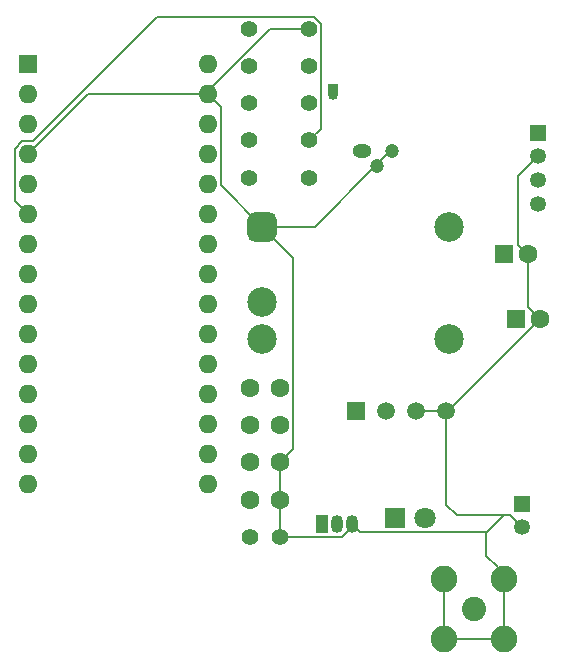
<source format=gbr>
%TF.GenerationSoftware,KiCad,Pcbnew,9.0.4*%
%TF.CreationDate,2026-01-27T05:17:12+01:00*%
%TF.ProjectId,weather station,77656174-6865-4722-9073-746174696f6e,rev?*%
%TF.SameCoordinates,Original*%
%TF.FileFunction,Copper,L4,Bot*%
%TF.FilePolarity,Positive*%
%FSLAX46Y46*%
G04 Gerber Fmt 4.6, Leading zero omitted, Abs format (unit mm)*
G04 Created by KiCad (PCBNEW 9.0.4) date 2026-01-27 05:17:12*
%MOMM*%
%LPD*%
G01*
G04 APERTURE LIST*
G04 Aperture macros list*
%AMRoundRect*
0 Rectangle with rounded corners*
0 $1 Rounding radius*
0 $2 $3 $4 $5 $6 $7 $8 $9 X,Y pos of 4 corners*
0 Add a 4 corners polygon primitive as box body*
4,1,4,$2,$3,$4,$5,$6,$7,$8,$9,$2,$3,0*
0 Add four circle primitives for the rounded corners*
1,1,$1+$1,$2,$3*
1,1,$1+$1,$4,$5*
1,1,$1+$1,$6,$7*
1,1,$1+$1,$8,$9*
0 Add four rect primitives between the rounded corners*
20,1,$1+$1,$2,$3,$4,$5,0*
20,1,$1+$1,$4,$5,$6,$7,0*
20,1,$1+$1,$6,$7,$8,$9,0*
20,1,$1+$1,$8,$9,$2,$3,0*%
G04 Aperture macros list end*
%TA.AperFunction,ComponentPad*%
%ADD10C,1.600000*%
%TD*%
%TA.AperFunction,ComponentPad*%
%ADD11C,1.400000*%
%TD*%
%TA.AperFunction,ComponentPad*%
%ADD12R,1.350000X1.350000*%
%TD*%
%TA.AperFunction,ComponentPad*%
%ADD13C,1.350000*%
%TD*%
%TA.AperFunction,ComponentPad*%
%ADD14R,1.050000X1.500000*%
%TD*%
%TA.AperFunction,ComponentPad*%
%ADD15O,1.050000X1.500000*%
%TD*%
%TA.AperFunction,ComponentPad*%
%ADD16R,1.600000X1.600000*%
%TD*%
%TA.AperFunction,ComponentPad*%
%ADD17O,1.600000X1.600000*%
%TD*%
%TA.AperFunction,ComponentPad*%
%ADD18O,1.600000X1.200000*%
%TD*%
%TA.AperFunction,ComponentPad*%
%ADD19C,1.200000*%
%TD*%
%TA.AperFunction,ComponentPad*%
%ADD20R,1.800000X1.800000*%
%TD*%
%TA.AperFunction,ComponentPad*%
%ADD21C,1.800000*%
%TD*%
%TA.AperFunction,ComponentPad*%
%ADD22R,0.850000X0.850000*%
%TD*%
%TA.AperFunction,ComponentPad*%
%ADD23C,0.850000*%
%TD*%
%TA.AperFunction,ComponentPad*%
%ADD24C,2.050000*%
%TD*%
%TA.AperFunction,ComponentPad*%
%ADD25C,2.250000*%
%TD*%
%TA.AperFunction,ComponentPad*%
%ADD26R,1.500000X1.500000*%
%TD*%
%TA.AperFunction,ComponentPad*%
%ADD27C,1.500000*%
%TD*%
%TA.AperFunction,ComponentPad*%
%ADD28RoundRect,0.625000X-0.625000X-0.625000X0.625000X-0.625000X0.625000X0.625000X-0.625000X0.625000X0*%
%TD*%
%TA.AperFunction,ComponentPad*%
%ADD29C,2.500000*%
%TD*%
%TA.AperFunction,ComponentPad*%
%ADD30RoundRect,0.250000X-0.550000X-0.550000X0.550000X-0.550000X0.550000X0.550000X-0.550000X0.550000X0*%
%TD*%
%TA.AperFunction,Conductor*%
%ADD31C,0.200000*%
%TD*%
G04 APERTURE END LIST*
D10*
%TO.P,C5,1*%
%TO.N,Net-(J6-Pin_1)*%
X80520000Y-62600000D03*
%TO.P,C5,2*%
%TO.N,GND*%
X83020000Y-62600000D03*
%TD*%
D11*
%TO.P,R7,1*%
%TO.N,A+*%
X80420000Y-38500000D03*
%TO.P,R7,2*%
%TO.N,B-*%
X85500000Y-38500000D03*
%TD*%
D12*
%TO.P,BT1,1,+*%
%TO.N,+12V*%
X103500000Y-66100000D03*
D13*
%TO.P,BT1,2,-*%
%TO.N,GND*%
X103500000Y-68100000D03*
%TD*%
D11*
%TO.P,R2,1*%
%TO.N,Net-(D1-K)*%
X80420000Y-25900000D03*
%TO.P,R2,2*%
%TO.N,GND*%
X85500000Y-25900000D03*
%TD*%
D14*
%TO.P,Q2,1,C*%
%TO.N,Net-(J6-Pin_1)*%
X86580000Y-67830000D03*
D15*
%TO.P,Q2,2,B*%
%TO.N,Net-(Q2-B)*%
X87850000Y-67830000D03*
%TO.P,Q2,3,E*%
%TO.N,GND*%
X89120000Y-67830000D03*
%TD*%
D11*
%TO.P,R5,1*%
%TO.N,Net-(Q1-B)*%
X80420000Y-32200000D03*
%TO.P,R5,2*%
%TO.N,Net-(A1-+5V)*%
X85500000Y-32200000D03*
%TD*%
D10*
%TO.P,C4,1*%
%TO.N,Net-(J6-Pin_1)*%
X80520000Y-59450000D03*
%TO.P,C4,2*%
%TO.N,Net-(AE1-A)*%
X83020000Y-59450000D03*
%TD*%
D16*
%TO.P,A1,1,TX1*%
%TO.N,unconnected-(A1-TX1-Pad1)*%
X61670000Y-28910000D03*
D17*
%TO.P,A1,2,RX1*%
%TO.N,unconnected-(A1-RX1-Pad2)*%
X61670000Y-31450000D03*
%TO.P,A1,3,~{RESET}*%
%TO.N,unconnected-(A1-~{RESET}-Pad3)*%
X61670000Y-33990000D03*
%TO.P,A1,4,GND*%
%TO.N,GND*%
X61670000Y-36530000D03*
%TO.P,A1,5,D2*%
%TO.N,unconnected-(A1-D2-Pad5)*%
X61670000Y-39070000D03*
%TO.P,A1,6,D3*%
%TO.N,Net-(A1-D3)*%
X61670000Y-41610000D03*
%TO.P,A1,7,D4*%
%TO.N,Net-(A1-D4)*%
X61670000Y-44150000D03*
%TO.P,A1,8,D5*%
%TO.N,unconnected-(A1-D5-Pad8)*%
X61670000Y-46690000D03*
%TO.P,A1,9,D6*%
%TO.N,unconnected-(A1-D6-Pad9)*%
X61670000Y-49230000D03*
%TO.P,A1,10,D7*%
%TO.N,unconnected-(A1-D7-Pad10)*%
X61670000Y-51770000D03*
%TO.P,A1,11,D8*%
%TO.N,Net-(A1-D8)*%
X61670000Y-54310000D03*
%TO.P,A1,12,D9*%
%TO.N,Net-(A1-D9)*%
X61670000Y-56850000D03*
%TO.P,A1,13,D10*%
%TO.N,Net-(A1-D10)*%
X61670000Y-59390000D03*
%TO.P,A1,14,MOSI*%
%TO.N,unconnected-(A1-MOSI-Pad14)*%
X61670000Y-61930000D03*
%TO.P,A1,15,MISO*%
%TO.N,unconnected-(A1-MISO-Pad15)*%
X61670000Y-64470000D03*
%TO.P,A1,16,SCK*%
%TO.N,unconnected-(A1-SCK-Pad16)*%
X76910000Y-64470000D03*
%TO.P,A1,17,3V3*%
%TO.N,unconnected-(A1-3V3-Pad17)*%
X76910000Y-61930000D03*
%TO.P,A1,18,AREF*%
%TO.N,unconnected-(A1-AREF-Pad18)*%
X76910000Y-59390000D03*
%TO.P,A1,19,A0*%
%TO.N,unconnected-(A1-A0-Pad19)*%
X76910000Y-56850000D03*
%TO.P,A1,20,A1*%
%TO.N,unconnected-(A1-A1-Pad20)*%
X76910000Y-54310000D03*
%TO.P,A1,21,A2*%
%TO.N,unconnected-(A1-A2-Pad21)*%
X76910000Y-51770000D03*
%TO.P,A1,22,A3*%
%TO.N,unconnected-(A1-A3-Pad22)*%
X76910000Y-49230000D03*
%TO.P,A1,23,SDA/A4*%
%TO.N,unconnected-(A1-SDA{slash}A4-Pad23)*%
X76910000Y-46690000D03*
%TO.P,A1,24,SCL/A5*%
%TO.N,unconnected-(A1-SCL{slash}A5-Pad24)*%
X76910000Y-44150000D03*
%TO.P,A1,25,A6*%
%TO.N,unconnected-(A1-A6-Pad25)*%
X76910000Y-41610000D03*
%TO.P,A1,26,A7*%
%TO.N,unconnected-(A1-A7-Pad26)*%
X76910000Y-39070000D03*
%TO.P,A1,27,+5V*%
%TO.N,Net-(A1-+5V)*%
X76910000Y-36530000D03*
%TO.P,A1,28,~{RESET}*%
%TO.N,unconnected-(A1-~{RESET}-Pad28)*%
X76910000Y-33990000D03*
%TO.P,A1,29,GND*%
%TO.N,GND*%
X76910000Y-31450000D03*
%TO.P,A1,30,VIN*%
%TO.N,unconnected-(A1-VIN-Pad30)*%
X76910000Y-28910000D03*
%TD*%
D18*
%TO.P,Y1,1,E*%
%TO.N,Net-(Q1-B)*%
X89960000Y-36221961D03*
D19*
%TO.P,Y1,2,B*%
%TO.N,GND*%
X91230000Y-37491961D03*
%TO.P,Y1,3,C*%
X92500000Y-36221961D03*
%TD*%
D11*
%TO.P,R6,1*%
%TO.N,Net-(Q2-B)*%
X80420000Y-35350000D03*
%TO.P,R6,2*%
%TO.N,Net-(A1-D3)*%
X85500000Y-35350000D03*
%TD*%
%TO.P,R1,1*%
%TO.N,Net-(U1-Vo_Adj)*%
X80520000Y-68900000D03*
%TO.P,R1,2*%
%TO.N,GND*%
X83060000Y-68900000D03*
%TD*%
%TO.P,R3,1*%
%TO.N,Net-(A1-D4)*%
X80420000Y-29050000D03*
%TO.P,R3,2*%
%TO.N,Net-(A1-+5V)*%
X85500000Y-29050000D03*
%TD*%
D20*
%TO.P,D1,1,K*%
%TO.N,Net-(D1-K)*%
X92780000Y-67310000D03*
D21*
%TO.P,D1,2,A*%
%TO.N,Net-(A1-D10)*%
X95320000Y-67310000D03*
%TD*%
D22*
%TO.P,J6,1,Pin_1*%
%TO.N,Net-(J6-Pin_1)*%
X87500000Y-31000000D03*
D23*
%TO.P,J6,2,Pin_2*%
X87500000Y-31500000D03*
%TD*%
D12*
%TO.P,J4,1,Pin_1*%
%TO.N,+12V*%
X104880000Y-34700000D03*
D13*
%TO.P,J4,2,Pin_2*%
%TO.N,GND*%
X104880000Y-36700000D03*
%TO.P,J4,3,Pin_3*%
%TO.N,A+*%
X104880000Y-38700000D03*
%TO.P,J4,4,Pin_4*%
%TO.N,B-*%
X104880000Y-40700000D03*
%TD*%
D24*
%TO.P,AE1,1,A*%
%TO.N,Net-(AE1-A)*%
X99500000Y-75000000D03*
D25*
%TO.P,AE1,2,Shield*%
%TO.N,GND*%
X96960000Y-77540000D03*
X102040000Y-77540000D03*
X96960000Y-72460000D03*
X102040000Y-72460000D03*
%TD*%
D10*
%TO.P,C3,1*%
%TO.N,Net-(J6-Pin_1)*%
X80520000Y-56300000D03*
%TO.P,C3,2*%
X83020000Y-56300000D03*
%TD*%
D26*
%TO.P,U3,1,VDD*%
%TO.N,Net-(A1-+5V)*%
X89510000Y-58250000D03*
D27*
%TO.P,U3,2,SDA*%
%TO.N,Net-(A1-D4)*%
X92050000Y-58250000D03*
%TO.P,U3,3,GND*%
%TO.N,GND*%
X94590000Y-58250000D03*
%TO.P,U3,4,GND*%
X97130000Y-58250000D03*
%TD*%
D28*
%TO.P,U1,1,GND*%
%TO.N,GND*%
X81500000Y-42640000D03*
D29*
%TO.P,U1,2,VI*%
%TO.N,+12V*%
X81500000Y-48990000D03*
%TO.P,U1,3,~{Inhibit}*%
%TO.N,unconnected-(U1-~{Inhibit}-Pad3)*%
X81500000Y-52160000D03*
%TO.P,U1,4,Vo_Adj*%
%TO.N,Net-(U1-Vo_Adj)*%
X97390000Y-52160000D03*
%TO.P,U1,5,VO*%
%TO.N,Net-(A1-+5V)*%
X97380000Y-42640000D03*
%TD*%
D30*
%TO.P,C2,1*%
%TO.N,Net-(A1-+5V)*%
X103044888Y-50500000D03*
D10*
%TO.P,C2,2*%
%TO.N,GND*%
X105044888Y-50500000D03*
%TD*%
D30*
%TO.P,C1,1*%
%TO.N,+12V*%
X102000000Y-45000000D03*
D10*
%TO.P,C1,2*%
%TO.N,GND*%
X104000000Y-45000000D03*
%TD*%
%TO.P,C6,1*%
%TO.N,+12V*%
X80520000Y-65750000D03*
%TO.P,C6,2*%
%TO.N,GND*%
X83020000Y-65750000D03*
%TD*%
D31*
%TO.N,GND*%
X102040000Y-72460000D02*
X102040000Y-77540000D01*
X97294888Y-58250000D02*
X97130000Y-58250000D01*
X83060000Y-68900000D02*
X83060000Y-62640000D01*
X101990000Y-67100000D02*
X100579000Y-68511000D01*
X104000000Y-45000000D02*
X104000000Y-49455112D01*
X78011000Y-39151000D02*
X81500000Y-42640000D01*
X103200001Y-44200001D02*
X103200001Y-38379999D01*
X88275000Y-68900000D02*
X83060000Y-68900000D01*
X104000000Y-45000000D02*
X103200001Y-44200001D01*
X96960000Y-77540000D02*
X102040000Y-77540000D01*
X100579000Y-68511000D02*
X100500000Y-68511000D01*
X97130000Y-58250000D02*
X97130000Y-66171040D01*
X82154372Y-25900000D02*
X76910000Y-31144372D01*
X84121000Y-45261000D02*
X81500000Y-42640000D01*
X97130000Y-66171040D02*
X98058960Y-67100000D01*
X78011000Y-32551000D02*
X78011000Y-39151000D01*
X100500000Y-70500000D02*
X100500000Y-68511000D01*
X89120000Y-67830000D02*
X89120000Y-68055000D01*
X101500000Y-71500000D02*
X100500000Y-70500000D01*
X94590000Y-58250000D02*
X97130000Y-58250000D01*
X103200001Y-38379999D02*
X104880000Y-36700000D01*
X104000000Y-45000000D02*
X104299775Y-45299775D01*
X105044888Y-50500000D02*
X104880000Y-50500000D01*
X81500000Y-42640000D02*
X85961766Y-42640000D01*
X76910000Y-31450000D02*
X78011000Y-32551000D01*
X85961766Y-42640000D02*
X91093922Y-37507844D01*
X103500000Y-68100000D02*
X102500000Y-67100000D01*
X89120000Y-68055000D02*
X88275000Y-68900000D01*
X76910000Y-31144372D02*
X76910000Y-31450000D01*
X83060000Y-62640000D02*
X83020000Y-62600000D01*
X66750000Y-31450000D02*
X61670000Y-36530000D01*
X105044888Y-50500000D02*
X97294888Y-58250000D01*
X85500000Y-25900000D02*
X82154372Y-25900000D01*
X84121000Y-61499000D02*
X84121000Y-45261000D01*
X83020000Y-62600000D02*
X84121000Y-61499000D01*
X96960000Y-77540000D02*
X96960000Y-72460000D01*
X91093922Y-37507844D02*
X92363922Y-36237844D01*
X104000000Y-49455112D02*
X105044888Y-50500000D01*
X98660000Y-67100000D02*
X101990000Y-67100000D01*
X102500000Y-67100000D02*
X101990000Y-67100000D01*
X76910000Y-31450000D02*
X66750000Y-31450000D01*
X89801000Y-68511000D02*
X89120000Y-67830000D01*
X98058960Y-67100000D02*
X98660000Y-67100000D01*
X100500000Y-68511000D02*
X89801000Y-68511000D01*
%TO.N,Net-(A1-D3)*%
X60569000Y-36073950D02*
X60569000Y-40509000D01*
X60569000Y-40509000D02*
X61670000Y-41610000D01*
X85500000Y-35350000D02*
X86501000Y-34349000D01*
X86501000Y-34349000D02*
X86501000Y-25485372D01*
X61213950Y-35429000D02*
X60569000Y-36073950D01*
X62126050Y-35429000D02*
X61213950Y-35429000D01*
X72656050Y-24899000D02*
X62126050Y-35429000D01*
X85914628Y-24899000D02*
X72656050Y-24899000D01*
X86501000Y-25485372D02*
X85914628Y-24899000D01*
%TD*%
M02*

</source>
